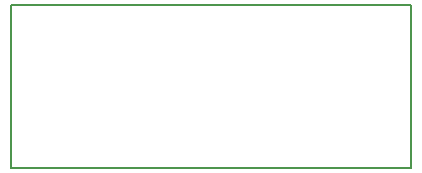
<source format=gbo>
G04 MADE WITH FRITZING*
G04 WWW.FRITZING.ORG*
G04 DOUBLE SIDED*
G04 HOLES PLATED*
G04 CONTOUR ON CENTER OF CONTOUR VECTOR*
%ASAXBY*%
%FSLAX23Y23*%
%MOIN*%
%OFA0B0*%
%SFA1.0B1.0*%
%ADD10R,1.338580X0.551181X1.322580X0.535181*%
%ADD11C,0.008000*%
%LNSILK0*%
G90*
G70*
G54D11*
X4Y547D02*
X1335Y547D01*
X1335Y4D01*
X4Y4D01*
X4Y547D01*
D02*
G04 End of Silk0*
M02*
</source>
